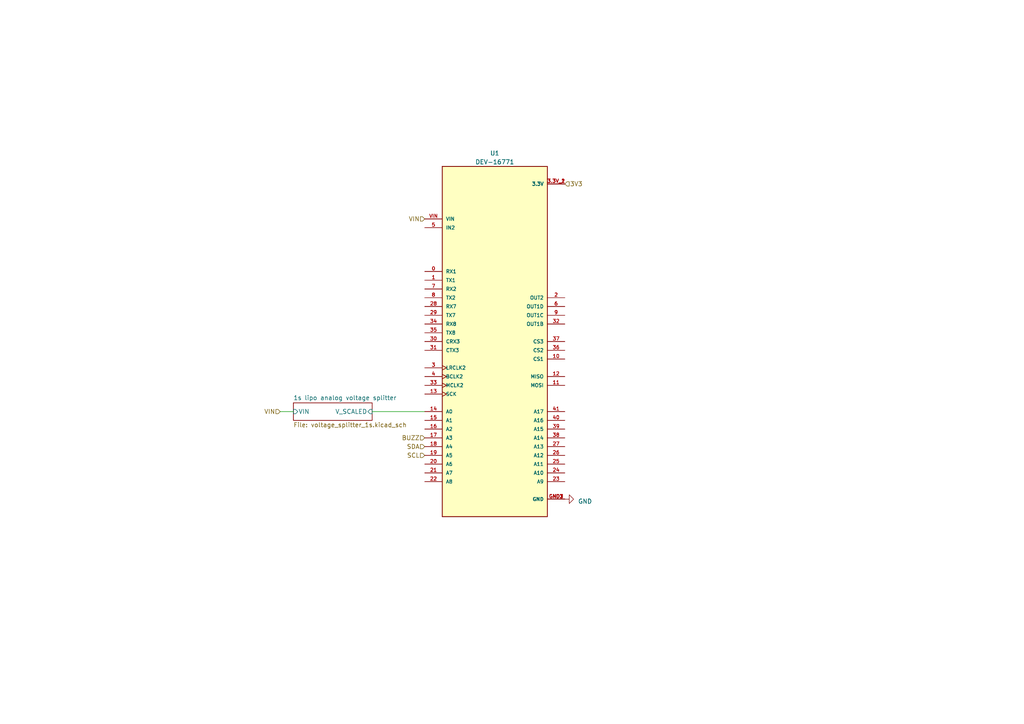
<source format=kicad_sch>
(kicad_sch (version 20230121) (generator eeschema)
  (paper "A4")
  (lib_symbols
    (symbol "DEV-16771:DEV-16771" (pin_names (offset 1.016))
      (property "Reference" "U" (at -15.24 52.07 0))
      (property "Value" "DEV-16771" (at -15.24 -53.34 0))
      (symbol "DEV-16771_0_0"
        (rectangle (start -15.24 -50.8) (end 15.24 50.8) (stroke (width 0.254)) (fill (type background)))
        (pin bidirectional line (at -20.32 20.32 0) (length 5.08) (name "RX1") (number "0"))
        (pin bidirectional line (at -20.32 17.78 0) (length 5.08) (name "TX1") (number "1"))
        (pin bidirectional line (at 20.32 -5.08 180) (length 5.08) (name "CS1") (number "10"))
        (pin bidirectional line (at 20.32 -12.7 180) (length 5.08) (name "MOSI") (number "11"))
        (pin bidirectional line (at 20.32 -10.16 180) (length 5.08) (name "MISO") (number "12"))
        (pin bidirectional clock (at -20.32 -15.24 0) (length 5.08) (name "SCK") (number "13"))
        (pin bidirectional line (at -20.32 -20.32 0) (length 5.08) (name "A0") (number "14"))
        (pin bidirectional line (at -20.32 -22.86 0) (length 5.08) (name "A1") (number "15"))
        (pin bidirectional line (at -20.32 -25.4 0) (length 5.08) (name "A2") (number "16"))
        (pin bidirectional line (at -20.32 -27.94 0) (length 5.08) (name "A3") (number "17"))
        (pin bidirectional line (at -20.32 -30.48 0) (length 5.08) (name "A4") (number "18"))
        (pin bidirectional line (at -20.32 -33.02 0) (length 5.08) (name "A5") (number "19"))
        (pin output line (at 20.32 12.7 180) (length 5.08) (name "OUT2") (number "2"))
        (pin bidirectional line (at -20.32 -35.56 0) (length 5.08) (name "A6") (number "20"))
        (pin bidirectional line (at -20.32 -38.1 0) (length 5.08) (name "A7") (number "21"))
        (pin bidirectional line (at -20.32 -40.64 0) (length 5.08) (name "A8") (number "22"))
        (pin bidirectional line (at 20.32 -40.64 180) (length 5.08) (name "A9") (number "23"))
        (pin bidirectional line (at 20.32 -38.1 180) (length 5.08) (name "A10") (number "24"))
        (pin bidirectional line (at 20.32 -35.56 180) (length 5.08) (name "A11") (number "25"))
        (pin bidirectional line (at 20.32 -33.02 180) (length 5.08) (name "A12") (number "26"))
        (pin bidirectional line (at 20.32 -30.48 180) (length 5.08) (name "A13") (number "27"))
        (pin bidirectional line (at -20.32 10.16 0) (length 5.08) (name "RX7") (number "28"))
        (pin bidirectional line (at -20.32 7.62 0) (length 5.08) (name "TX7") (number "29"))
        (pin bidirectional clock (at -20.32 -7.62 0) (length 5.08) (name "LRCLK2") (number "3"))
        (pin power_in line (at 20.32 45.72 180) (length 5.08) (name "3.3V") (number "3.3V_1"))
        (pin power_in line (at 20.32 45.72 180) (length 5.08) (name "3.3V") (number "3.3V_2"))
        (pin bidirectional line (at -20.32 0 0) (length 5.08) (name "CRX3") (number "30"))
        (pin bidirectional line (at -20.32 -2.54 0) (length 5.08) (name "CTX3") (number "31"))
        (pin output line (at 20.32 5.08 180) (length 5.08) (name "OUT1B") (number "32"))
        (pin bidirectional clock (at -20.32 -12.7 0) (length 5.08) (name "MCLK2") (number "33"))
        (pin bidirectional line (at -20.32 5.08 0) (length 5.08) (name "RX8") (number "34"))
        (pin bidirectional line (at -20.32 2.54 0) (length 5.08) (name "TX8") (number "35"))
        (pin bidirectional line (at 20.32 -2.54 180) (length 5.08) (name "CS2") (number "36"))
        (pin bidirectional line (at 20.32 0 180) (length 5.08) (name "CS3") (number "37"))
        (pin bidirectional line (at 20.32 -27.94 180) (length 5.08) (name "A14") (number "38"))
        (pin bidirectional line (at 20.32 -25.4 180) (length 5.08) (name "A15") (number "39"))
        (pin bidirectional clock (at -20.32 -10.16 0) (length 5.08) (name "BCLK2") (number "4"))
        (pin bidirectional line (at 20.32 -22.86 180) (length 5.08) (name "A16") (number "40"))
        (pin bidirectional line (at 20.32 -20.32 180) (length 5.08) (name "A17") (number "41"))
        (pin bidirectional line (at -20.32 33.02 0) (length 5.08) (name "IN2") (number "5"))
        (pin output line (at 20.32 10.16 180) (length 5.08) (name "OUT1D") (number "6"))
        (pin bidirectional line (at -20.32 15.24 0) (length 5.08) (name "RX2") (number "7"))
        (pin bidirectional line (at -20.32 12.7 0) (length 5.08) (name "TX2") (number "8"))
        (pin output line (at 20.32 7.62 180) (length 5.08) (name "OUT1C") (number "9"))
        (pin power_in line (at 20.32 -45.72 180) (length 5.08) (name "GND") (number "GND1"))
        (pin power_in line (at 20.32 -45.72 180) (length 5.08) (name "GND") (number "GND2"))
        (pin power_in line (at 20.32 -45.72 180) (length 5.08) (name "GND") (number "GND3"))
        (pin input line (at -20.32 35.56 0) (length 5.08) (name "VIN") (number "VIN"))
      )
    )
    (symbol "power:GND" (power) (pin_names (offset 0))
      (property "Value" "GND" (at 0 -3.81 0))
      (symbol "GND_0_1"
        (polyline (pts (xy 0 0) (xy 0 -1.27) (xy 1.27 -1.27) (xy 0 -2.54) (xy -1.27 -1.27) (xy 0 -1.27)))
      )
      (symbol "GND_1_1"
        (pin power_in line (at 0 0 270) (length 0) hide (name "GND") (number "1"))
      )
    )
  )
  (wire (pts (xy 81.28 119.38) (xy 85.09 119.38)))
  (wire (pts (xy 107.95 119.38) (xy 123.19 119.38)))
  (hierarchical_label "3V3" (shape input) (at 163.83 53.34 0))
  (hierarchical_label "VIN" (shape input) (at 81.28 119.38 180))
  (hierarchical_label "SCL" (shape input) (at 123.19 132.08 180))
  (hierarchical_label "SDA" (shape input) (at 123.19 129.54 180))
  (hierarchical_label "BUZZ" (shape input) (at 123.19 127 180))
  (hierarchical_label "VIN" (shape input) (at 123.19 63.5 180))
  (symbol (lib_id "power:GND") (at 163.83 144.78 90) (unit 1)
    (property "Reference" "#PWR01" (effects hide))
    (property "Value" "GND" (at 167.64 145.415 90) (effects (justify right)))
  )
  (symbol (lib_id "DEV-16771:DEV-16771") (at 143.51 99.06 0) (unit 1)
    (property "Reference" "U1" (at 143.51 44.45 0))
    (property "Value" "DEV-16771" (at 143.51 46.99 0))
    (property "Footprint" "Teensy 4.1:MODULE_DEV-16771" (effects hide))
    (property "PARTREV" "4.1" (effects hide))
    (property "MANUFACTURER" "SparkFun Electronics" (effects hide))
    (property "MAXIMUM_PACKAGE_HEIGHT" "4.07mm" (effects hide))
    (property "STANDARD" "Manufacturer recommendations" (effects hide))
  )
  (sheet (at 85.09 116.84) (size 22.86 5.08) (stroke (width 0.1524))
    (property "Sheetname" "1s lipo analog voltage splitter" (at 85.09 116.1284 0) (effects (justify left bottom)))
    (property "Sheetfile" "voltage_splitter_1s.kicad_sch" (at 85.09 122.5046 0) (effects (justify left top)))
    (pin "VIN" input (at 85.09 119.38 180))
    (pin "V_SCALED" input (at 107.95 119.38 0))
  )
)
</source>
